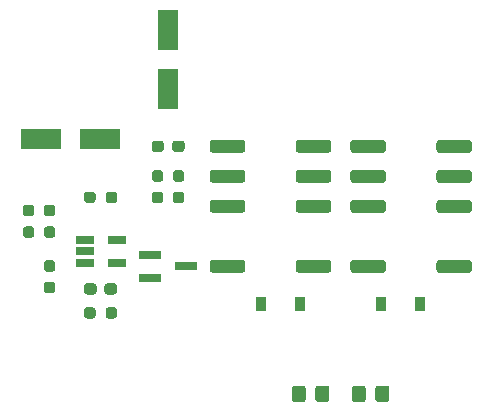
<source format=gtp>
%TF.GenerationSoftware,KiCad,Pcbnew,(5.1.10)-1*%
%TF.CreationDate,2021-10-30T21:19:33-04:00*%
%TF.ProjectId,Z_Brake,5a5f4272-616b-4652-9e6b-696361645f70,rev?*%
%TF.SameCoordinates,Original*%
%TF.FileFunction,Paste,Top*%
%TF.FilePolarity,Positive*%
%FSLAX46Y46*%
G04 Gerber Fmt 4.6, Leading zero omitted, Abs format (unit mm)*
G04 Created by KiCad (PCBNEW (5.1.10)-1) date 2021-10-30 21:19:33*
%MOMM*%
%LPD*%
G01*
G04 APERTURE LIST*
%ADD10R,3.500000X1.800000*%
%ADD11R,0.900000X1.200000*%
%ADD12R,1.800000X3.500000*%
%ADD13R,1.900000X0.800000*%
%ADD14R,1.560000X0.650000*%
G04 APERTURE END LIST*
%TO.C,RV1*%
G36*
G01*
X91040000Y-111944999D02*
X91040000Y-112845001D01*
G75*
G02*
X90790001Y-113095000I-249999J0D01*
G01*
X90089999Y-113095000D01*
G75*
G02*
X89840000Y-112845001I0J249999D01*
G01*
X89840000Y-111944999D01*
G75*
G02*
X90089999Y-111695000I249999J0D01*
G01*
X90790001Y-111695000D01*
G75*
G02*
X91040000Y-111944999I0J-249999D01*
G01*
G37*
G36*
G01*
X93040000Y-111944999D02*
X93040000Y-112845001D01*
G75*
G02*
X92790001Y-113095000I-249999J0D01*
G01*
X92089999Y-113095000D01*
G75*
G02*
X91840000Y-112845001I0J249999D01*
G01*
X91840000Y-111944999D01*
G75*
G02*
X92089999Y-111695000I249999J0D01*
G01*
X92790001Y-111695000D01*
G75*
G02*
X93040000Y-111944999I0J-249999D01*
G01*
G37*
%TD*%
%TO.C,RV2*%
G36*
G01*
X87960000Y-111944999D02*
X87960000Y-112845001D01*
G75*
G02*
X87710001Y-113095000I-249999J0D01*
G01*
X87009999Y-113095000D01*
G75*
G02*
X86760000Y-112845001I0J249999D01*
G01*
X86760000Y-111944999D01*
G75*
G02*
X87009999Y-111695000I249999J0D01*
G01*
X87710001Y-111695000D01*
G75*
G02*
X87960000Y-111944999I0J-249999D01*
G01*
G37*
G36*
G01*
X85960000Y-111944999D02*
X85960000Y-112845001D01*
G75*
G02*
X85710001Y-113095000I-249999J0D01*
G01*
X85009999Y-113095000D01*
G75*
G02*
X84760000Y-112845001I0J249999D01*
G01*
X84760000Y-111944999D01*
G75*
G02*
X85009999Y-111695000I249999J0D01*
G01*
X85710001Y-111695000D01*
G75*
G02*
X85960000Y-111944999I0J-249999D01*
G01*
G37*
%TD*%
%TO.C,C1*%
G36*
G01*
X69980000Y-103267500D02*
X69980000Y-103742500D01*
G75*
G02*
X69742500Y-103980000I-237500J0D01*
G01*
X69142500Y-103980000D01*
G75*
G02*
X68905000Y-103742500I0J237500D01*
G01*
X68905000Y-103267500D01*
G75*
G02*
X69142500Y-103030000I237500J0D01*
G01*
X69742500Y-103030000D01*
G75*
G02*
X69980000Y-103267500I0J-237500D01*
G01*
G37*
G36*
G01*
X68255000Y-103267500D02*
X68255000Y-103742500D01*
G75*
G02*
X68017500Y-103980000I-237500J0D01*
G01*
X67417500Y-103980000D01*
G75*
G02*
X67180000Y-103742500I0J237500D01*
G01*
X67180000Y-103267500D01*
G75*
G02*
X67417500Y-103030000I237500J0D01*
G01*
X68017500Y-103030000D01*
G75*
G02*
X68255000Y-103267500I0J-237500D01*
G01*
G37*
%TD*%
D10*
%TO.C,D1*%
X68540000Y-90805000D03*
X63540000Y-90805000D03*
%TD*%
D11*
%TO.C,D2*%
X92330000Y-104775000D03*
X95630000Y-104775000D03*
%TD*%
%TO.C,D3*%
X85470000Y-104775000D03*
X82170000Y-104775000D03*
%TD*%
%TO.C,D4*%
G36*
G01*
X72895000Y-91677500D02*
X72895000Y-91202500D01*
G75*
G02*
X73132500Y-90965000I237500J0D01*
G01*
X73707500Y-90965000D01*
G75*
G02*
X73945000Y-91202500I0J-237500D01*
G01*
X73945000Y-91677500D01*
G75*
G02*
X73707500Y-91915000I-237500J0D01*
G01*
X73132500Y-91915000D01*
G75*
G02*
X72895000Y-91677500I0J237500D01*
G01*
G37*
G36*
G01*
X74645000Y-91677500D02*
X74645000Y-91202500D01*
G75*
G02*
X74882500Y-90965000I237500J0D01*
G01*
X75457500Y-90965000D01*
G75*
G02*
X75695000Y-91202500I0J-237500D01*
G01*
X75695000Y-91677500D01*
G75*
G02*
X75457500Y-91915000I-237500J0D01*
G01*
X74882500Y-91915000D01*
G75*
G02*
X74645000Y-91677500I0J237500D01*
G01*
G37*
%TD*%
D12*
%TO.C,D5*%
X74295000Y-86574000D03*
X74295000Y-81574000D03*
%TD*%
D13*
%TO.C,Q1*%
X72795000Y-100650000D03*
X72795000Y-102550000D03*
X75795000Y-101600000D03*
%TD*%
%TO.C,R1*%
G36*
G01*
X62246500Y-96390000D02*
X62721500Y-96390000D01*
G75*
G02*
X62959000Y-96627500I0J-237500D01*
G01*
X62959000Y-97127500D01*
G75*
G02*
X62721500Y-97365000I-237500J0D01*
G01*
X62246500Y-97365000D01*
G75*
G02*
X62009000Y-97127500I0J237500D01*
G01*
X62009000Y-96627500D01*
G75*
G02*
X62246500Y-96390000I237500J0D01*
G01*
G37*
G36*
G01*
X62246500Y-98215000D02*
X62721500Y-98215000D01*
G75*
G02*
X62959000Y-98452500I0J-237500D01*
G01*
X62959000Y-98952500D01*
G75*
G02*
X62721500Y-99190000I-237500J0D01*
G01*
X62246500Y-99190000D01*
G75*
G02*
X62009000Y-98952500I0J237500D01*
G01*
X62009000Y-98452500D01*
G75*
G02*
X62246500Y-98215000I237500J0D01*
G01*
G37*
%TD*%
%TO.C,R2*%
G36*
G01*
X64499500Y-103889000D02*
X64024500Y-103889000D01*
G75*
G02*
X63787000Y-103651500I0J237500D01*
G01*
X63787000Y-103151500D01*
G75*
G02*
X64024500Y-102914000I237500J0D01*
G01*
X64499500Y-102914000D01*
G75*
G02*
X64737000Y-103151500I0J-237500D01*
G01*
X64737000Y-103651500D01*
G75*
G02*
X64499500Y-103889000I-237500J0D01*
G01*
G37*
G36*
G01*
X64499500Y-102064000D02*
X64024500Y-102064000D01*
G75*
G02*
X63787000Y-101826500I0J237500D01*
G01*
X63787000Y-101326500D01*
G75*
G02*
X64024500Y-101089000I237500J0D01*
G01*
X64499500Y-101089000D01*
G75*
G02*
X64737000Y-101326500I0J-237500D01*
G01*
X64737000Y-101826500D01*
G75*
G02*
X64499500Y-102064000I-237500J0D01*
G01*
G37*
%TD*%
%TO.C,R3*%
G36*
G01*
X64024500Y-98215000D02*
X64499500Y-98215000D01*
G75*
G02*
X64737000Y-98452500I0J-237500D01*
G01*
X64737000Y-98952500D01*
G75*
G02*
X64499500Y-99190000I-237500J0D01*
G01*
X64024500Y-99190000D01*
G75*
G02*
X63787000Y-98952500I0J237500D01*
G01*
X63787000Y-98452500D01*
G75*
G02*
X64024500Y-98215000I237500J0D01*
G01*
G37*
G36*
G01*
X64024500Y-96390000D02*
X64499500Y-96390000D01*
G75*
G02*
X64737000Y-96627500I0J-237500D01*
G01*
X64737000Y-97127500D01*
G75*
G02*
X64499500Y-97365000I-237500J0D01*
G01*
X64024500Y-97365000D01*
G75*
G02*
X63787000Y-97127500I0J237500D01*
G01*
X63787000Y-96627500D01*
G75*
G02*
X64024500Y-96390000I237500J0D01*
G01*
G37*
%TD*%
%TO.C,R4*%
G36*
G01*
X69980000Y-105299500D02*
X69980000Y-105774500D01*
G75*
G02*
X69742500Y-106012000I-237500J0D01*
G01*
X69242500Y-106012000D01*
G75*
G02*
X69005000Y-105774500I0J237500D01*
G01*
X69005000Y-105299500D01*
G75*
G02*
X69242500Y-105062000I237500J0D01*
G01*
X69742500Y-105062000D01*
G75*
G02*
X69980000Y-105299500I0J-237500D01*
G01*
G37*
G36*
G01*
X68155000Y-105299500D02*
X68155000Y-105774500D01*
G75*
G02*
X67917500Y-106012000I-237500J0D01*
G01*
X67417500Y-106012000D01*
G75*
G02*
X67180000Y-105774500I0J237500D01*
G01*
X67180000Y-105299500D01*
G75*
G02*
X67417500Y-105062000I237500J0D01*
G01*
X67917500Y-105062000D01*
G75*
G02*
X68155000Y-105299500I0J-237500D01*
G01*
G37*
%TD*%
%TO.C,R5*%
G36*
G01*
X69005000Y-95995500D02*
X69005000Y-95520500D01*
G75*
G02*
X69242500Y-95283000I237500J0D01*
G01*
X69742500Y-95283000D01*
G75*
G02*
X69980000Y-95520500I0J-237500D01*
G01*
X69980000Y-95995500D01*
G75*
G02*
X69742500Y-96233000I-237500J0D01*
G01*
X69242500Y-96233000D01*
G75*
G02*
X69005000Y-95995500I0J237500D01*
G01*
G37*
G36*
G01*
X67180000Y-95995500D02*
X67180000Y-95520500D01*
G75*
G02*
X67417500Y-95283000I237500J0D01*
G01*
X67917500Y-95283000D01*
G75*
G02*
X68155000Y-95520500I0J-237500D01*
G01*
X68155000Y-95995500D01*
G75*
G02*
X67917500Y-96233000I-237500J0D01*
G01*
X67417500Y-96233000D01*
G75*
G02*
X67180000Y-95995500I0J237500D01*
G01*
G37*
%TD*%
%TO.C,R6*%
G36*
G01*
X73643500Y-96269000D02*
X73168500Y-96269000D01*
G75*
G02*
X72931000Y-96031500I0J237500D01*
G01*
X72931000Y-95531500D01*
G75*
G02*
X73168500Y-95294000I237500J0D01*
G01*
X73643500Y-95294000D01*
G75*
G02*
X73881000Y-95531500I0J-237500D01*
G01*
X73881000Y-96031500D01*
G75*
G02*
X73643500Y-96269000I-237500J0D01*
G01*
G37*
G36*
G01*
X73643500Y-94444000D02*
X73168500Y-94444000D01*
G75*
G02*
X72931000Y-94206500I0J237500D01*
G01*
X72931000Y-93706500D01*
G75*
G02*
X73168500Y-93469000I237500J0D01*
G01*
X73643500Y-93469000D01*
G75*
G02*
X73881000Y-93706500I0J-237500D01*
G01*
X73881000Y-94206500D01*
G75*
G02*
X73643500Y-94444000I-237500J0D01*
G01*
G37*
%TD*%
%TO.C,R7*%
G36*
G01*
X74946500Y-95294000D02*
X75421500Y-95294000D01*
G75*
G02*
X75659000Y-95531500I0J-237500D01*
G01*
X75659000Y-96031500D01*
G75*
G02*
X75421500Y-96269000I-237500J0D01*
G01*
X74946500Y-96269000D01*
G75*
G02*
X74709000Y-96031500I0J237500D01*
G01*
X74709000Y-95531500D01*
G75*
G02*
X74946500Y-95294000I237500J0D01*
G01*
G37*
G36*
G01*
X74946500Y-93469000D02*
X75421500Y-93469000D01*
G75*
G02*
X75659000Y-93706500I0J-237500D01*
G01*
X75659000Y-94206500D01*
G75*
G02*
X75421500Y-94444000I-237500J0D01*
G01*
X74946500Y-94444000D01*
G75*
G02*
X74709000Y-94206500I0J237500D01*
G01*
X74709000Y-93706500D01*
G75*
G02*
X74946500Y-93469000I237500J0D01*
G01*
G37*
%TD*%
D14*
%TO.C,U1*%
X67230000Y-99380000D03*
X67230000Y-100330000D03*
X67230000Y-101280000D03*
X69930000Y-101280000D03*
X69930000Y-99380000D03*
%TD*%
%TO.C,K1*%
G36*
G01*
X92474250Y-102155000D02*
X89973750Y-102155000D01*
G75*
G02*
X89724000Y-101905250I0J249750D01*
G01*
X89724000Y-101294750D01*
G75*
G02*
X89973750Y-101045000I249750J0D01*
G01*
X92474250Y-101045000D01*
G75*
G02*
X92724000Y-101294750I0J-249750D01*
G01*
X92724000Y-101905250D01*
G75*
G02*
X92474250Y-102155000I-249750J0D01*
G01*
G37*
G36*
G01*
X92474250Y-97075000D02*
X89973750Y-97075000D01*
G75*
G02*
X89724000Y-96825250I0J249750D01*
G01*
X89724000Y-96214750D01*
G75*
G02*
X89973750Y-95965000I249750J0D01*
G01*
X92474250Y-95965000D01*
G75*
G02*
X92724000Y-96214750I0J-249750D01*
G01*
X92724000Y-96825250D01*
G75*
G02*
X92474250Y-97075000I-249750J0D01*
G01*
G37*
G36*
G01*
X92474250Y-94535000D02*
X89973750Y-94535000D01*
G75*
G02*
X89724000Y-94285250I0J249750D01*
G01*
X89724000Y-93674750D01*
G75*
G02*
X89973750Y-93425000I249750J0D01*
G01*
X92474250Y-93425000D01*
G75*
G02*
X92724000Y-93674750I0J-249750D01*
G01*
X92724000Y-94285250D01*
G75*
G02*
X92474250Y-94535000I-249750J0D01*
G01*
G37*
G36*
G01*
X92474250Y-91995000D02*
X89973750Y-91995000D01*
G75*
G02*
X89724000Y-91745250I0J249750D01*
G01*
X89724000Y-91134750D01*
G75*
G02*
X89973750Y-90885000I249750J0D01*
G01*
X92474250Y-90885000D01*
G75*
G02*
X92724000Y-91134750I0J-249750D01*
G01*
X92724000Y-91745250D01*
G75*
G02*
X92474250Y-91995000I-249750J0D01*
G01*
G37*
G36*
G01*
X99764250Y-91995000D02*
X97263750Y-91995000D01*
G75*
G02*
X97014000Y-91745250I0J249750D01*
G01*
X97014000Y-91134750D01*
G75*
G02*
X97263750Y-90885000I249750J0D01*
G01*
X99764250Y-90885000D01*
G75*
G02*
X100014000Y-91134750I0J-249750D01*
G01*
X100014000Y-91745250D01*
G75*
G02*
X99764250Y-91995000I-249750J0D01*
G01*
G37*
G36*
G01*
X99764250Y-94535000D02*
X97263750Y-94535000D01*
G75*
G02*
X97014000Y-94285250I0J249750D01*
G01*
X97014000Y-93674750D01*
G75*
G02*
X97263750Y-93425000I249750J0D01*
G01*
X99764250Y-93425000D01*
G75*
G02*
X100014000Y-93674750I0J-249750D01*
G01*
X100014000Y-94285250D01*
G75*
G02*
X99764250Y-94535000I-249750J0D01*
G01*
G37*
G36*
G01*
X99764250Y-97075000D02*
X97263750Y-97075000D01*
G75*
G02*
X97014000Y-96825250I0J249750D01*
G01*
X97014000Y-96214750D01*
G75*
G02*
X97263750Y-95965000I249750J0D01*
G01*
X99764250Y-95965000D01*
G75*
G02*
X100014000Y-96214750I0J-249750D01*
G01*
X100014000Y-96825250D01*
G75*
G02*
X99764250Y-97075000I-249750J0D01*
G01*
G37*
G36*
G01*
X99764250Y-102155000D02*
X97263750Y-102155000D01*
G75*
G02*
X97014000Y-101905250I0J249750D01*
G01*
X97014000Y-101294750D01*
G75*
G02*
X97263750Y-101045000I249750J0D01*
G01*
X99764250Y-101045000D01*
G75*
G02*
X100014000Y-101294750I0J-249750D01*
G01*
X100014000Y-101905250D01*
G75*
G02*
X99764250Y-102155000I-249750J0D01*
G01*
G37*
%TD*%
%TO.C,K2*%
G36*
G01*
X87864250Y-102155000D02*
X85363750Y-102155000D01*
G75*
G02*
X85114000Y-101905250I0J249750D01*
G01*
X85114000Y-101294750D01*
G75*
G02*
X85363750Y-101045000I249750J0D01*
G01*
X87864250Y-101045000D01*
G75*
G02*
X88114000Y-101294750I0J-249750D01*
G01*
X88114000Y-101905250D01*
G75*
G02*
X87864250Y-102155000I-249750J0D01*
G01*
G37*
G36*
G01*
X87864250Y-97075000D02*
X85363750Y-97075000D01*
G75*
G02*
X85114000Y-96825250I0J249750D01*
G01*
X85114000Y-96214750D01*
G75*
G02*
X85363750Y-95965000I249750J0D01*
G01*
X87864250Y-95965000D01*
G75*
G02*
X88114000Y-96214750I0J-249750D01*
G01*
X88114000Y-96825250D01*
G75*
G02*
X87864250Y-97075000I-249750J0D01*
G01*
G37*
G36*
G01*
X87864250Y-94535000D02*
X85363750Y-94535000D01*
G75*
G02*
X85114000Y-94285250I0J249750D01*
G01*
X85114000Y-93674750D01*
G75*
G02*
X85363750Y-93425000I249750J0D01*
G01*
X87864250Y-93425000D01*
G75*
G02*
X88114000Y-93674750I0J-249750D01*
G01*
X88114000Y-94285250D01*
G75*
G02*
X87864250Y-94535000I-249750J0D01*
G01*
G37*
G36*
G01*
X87864250Y-91995000D02*
X85363750Y-91995000D01*
G75*
G02*
X85114000Y-91745250I0J249750D01*
G01*
X85114000Y-91134750D01*
G75*
G02*
X85363750Y-90885000I249750J0D01*
G01*
X87864250Y-90885000D01*
G75*
G02*
X88114000Y-91134750I0J-249750D01*
G01*
X88114000Y-91745250D01*
G75*
G02*
X87864250Y-91995000I-249750J0D01*
G01*
G37*
G36*
G01*
X80574250Y-91995000D02*
X78073750Y-91995000D01*
G75*
G02*
X77824000Y-91745250I0J249750D01*
G01*
X77824000Y-91134750D01*
G75*
G02*
X78073750Y-90885000I249750J0D01*
G01*
X80574250Y-90885000D01*
G75*
G02*
X80824000Y-91134750I0J-249750D01*
G01*
X80824000Y-91745250D01*
G75*
G02*
X80574250Y-91995000I-249750J0D01*
G01*
G37*
G36*
G01*
X80574250Y-94535000D02*
X78073750Y-94535000D01*
G75*
G02*
X77824000Y-94285250I0J249750D01*
G01*
X77824000Y-93674750D01*
G75*
G02*
X78073750Y-93425000I249750J0D01*
G01*
X80574250Y-93425000D01*
G75*
G02*
X80824000Y-93674750I0J-249750D01*
G01*
X80824000Y-94285250D01*
G75*
G02*
X80574250Y-94535000I-249750J0D01*
G01*
G37*
G36*
G01*
X80574250Y-97075000D02*
X78073750Y-97075000D01*
G75*
G02*
X77824000Y-96825250I0J249750D01*
G01*
X77824000Y-96214750D01*
G75*
G02*
X78073750Y-95965000I249750J0D01*
G01*
X80574250Y-95965000D01*
G75*
G02*
X80824000Y-96214750I0J-249750D01*
G01*
X80824000Y-96825250D01*
G75*
G02*
X80574250Y-97075000I-249750J0D01*
G01*
G37*
G36*
G01*
X80574250Y-102155000D02*
X78073750Y-102155000D01*
G75*
G02*
X77824000Y-101905250I0J249750D01*
G01*
X77824000Y-101294750D01*
G75*
G02*
X78073750Y-101045000I249750J0D01*
G01*
X80574250Y-101045000D01*
G75*
G02*
X80824000Y-101294750I0J-249750D01*
G01*
X80824000Y-101905250D01*
G75*
G02*
X80574250Y-102155000I-249750J0D01*
G01*
G37*
%TD*%
M02*

</source>
